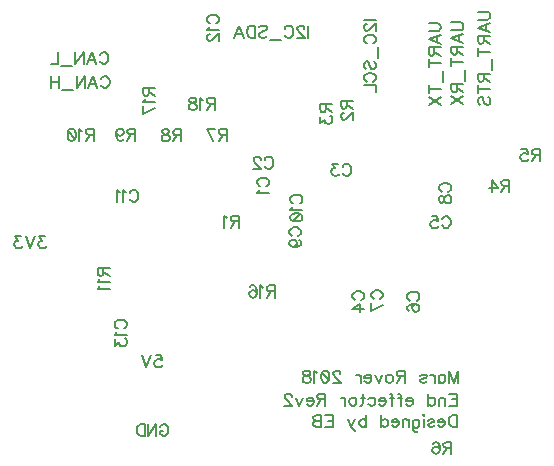
<source format=gbr>
G04 DipTrace 3.2.0.1*
G04 BottomSilk.gbr*
%MOIN*%
G04 #@! TF.FileFunction,Legend,Bot*
G04 #@! TF.Part,Single*
%ADD96C,0.005906*%
%ADD97C,0.006176*%
%FSLAX26Y26*%
G04*
G70*
G90*
G75*
G01*
G04 BotSilk*
%LPD*%
X1520034Y1358354D2*
D96*
X1516231Y1360255D1*
X1512384Y1364102D1*
X1510483Y1367904D1*
Y1375554D1*
X1512384Y1379400D1*
X1516231Y1383203D1*
X1520034Y1385148D1*
X1525782Y1387050D1*
X1535377D1*
X1541080Y1385148D1*
X1544927Y1383203D1*
X1548730Y1379400D1*
X1550675Y1375554D1*
Y1367904D1*
X1548730Y1364102D1*
X1544927Y1360255D1*
X1541080Y1358354D1*
X1518177Y1346543D2*
X1516231Y1342696D1*
X1510527Y1336948D1*
X1550675D1*
X1535902Y1447304D2*
X1537804Y1451106D1*
X1541650Y1454953D1*
X1545453Y1456854D1*
X1553102D1*
X1556949Y1454953D1*
X1560752Y1451106D1*
X1562697Y1447304D1*
X1564598Y1441556D1*
Y1431961D1*
X1562697Y1426257D1*
X1560752Y1422410D1*
X1556949Y1418608D1*
X1553102Y1416662D1*
X1545453D1*
X1541650Y1418608D1*
X1537804Y1422410D1*
X1535902Y1426257D1*
X1522146Y1447259D2*
Y1449161D1*
X1520245Y1453007D1*
X1518343Y1454909D1*
X1514497Y1456810D1*
X1506847D1*
X1503045Y1454909D1*
X1501143Y1453007D1*
X1499198Y1449161D1*
Y1445358D1*
X1501143Y1441511D1*
X1504946Y1435807D1*
X1524091Y1416662D1*
X1497297D1*
X1795880Y1423210D2*
X1797781Y1427013D1*
X1801628Y1430860D1*
X1805431Y1432761D1*
X1813080D1*
X1816927Y1430860D1*
X1820729Y1427013D1*
X1822675Y1423210D1*
X1824576Y1417462D1*
Y1407868D1*
X1822675Y1402164D1*
X1820729Y1398317D1*
X1816927Y1394514D1*
X1813080Y1392569D1*
X1805431D1*
X1801628Y1394514D1*
X1797781Y1398317D1*
X1795880Y1402164D1*
X1780222Y1432717D2*
X1759220D1*
X1770672Y1417418D1*
X1764924D1*
X1761121Y1415517D1*
X1759220Y1413616D1*
X1757274Y1407868D1*
Y1404065D1*
X1759220Y1398317D1*
X1763022Y1394470D1*
X1768770Y1392569D1*
X1774518D1*
X1780222Y1394470D1*
X1782124Y1396416D1*
X1784069Y1400218D1*
X1837000Y979088D2*
X1833197Y980989D1*
X1829350Y984836D1*
X1827449Y988639D1*
Y996288D1*
X1829350Y1000135D1*
X1833197Y1003937D1*
X1837000Y1005883D1*
X1842748Y1007784D1*
X1852342D1*
X1858046Y1005883D1*
X1861893Y1003937D1*
X1865696Y1000135D1*
X1867641Y996288D1*
Y988639D1*
X1865696Y984836D1*
X1861893Y980989D1*
X1858046Y979088D1*
X1867641Y948132D2*
X1827493D1*
X1854244Y967277D1*
Y938581D1*
X2126830Y1249301D2*
X2128731Y1253103D1*
X2132578Y1256950D1*
X2136381Y1258852D1*
X2144030D1*
X2147877Y1256950D1*
X2151679Y1253103D1*
X2153625Y1249301D1*
X2155526Y1243553D1*
Y1233958D1*
X2153625Y1228254D1*
X2151679Y1224408D1*
X2147877Y1220605D1*
X2144030Y1218659D1*
X2136381D1*
X2132578Y1220605D1*
X2128731Y1224408D1*
X2126830Y1228254D1*
X2092071Y1258807D2*
X2111172D1*
X2113074Y1241607D1*
X2111172Y1243509D1*
X2105424Y1245454D1*
X2099721D1*
X2093973Y1243509D1*
X2090126Y1239706D1*
X2088225Y1233958D1*
Y1230156D1*
X2090126Y1224408D1*
X2093973Y1220561D1*
X2099721Y1218659D1*
X2105424D1*
X2111172Y1220561D1*
X2113074Y1222506D1*
X2115019Y1226309D1*
X2020976Y977296D2*
X2017173Y979197D1*
X2013327Y983044D1*
X2011425Y986846D1*
Y994496D1*
X2013327Y998342D1*
X2017173Y1002145D1*
X2020976Y1004090D1*
X2026724Y1005992D1*
X2036319D1*
X2042023Y1004090D1*
X2045869Y1002145D1*
X2049672Y998342D1*
X2051617Y994496D1*
Y986846D1*
X2049672Y983044D1*
X2045869Y979197D1*
X2042023Y977296D1*
X2017173Y942537D2*
X2013371Y944438D1*
X2011470Y950186D1*
Y953989D1*
X2013371Y959737D1*
X2019119Y963584D1*
X2028670Y965485D1*
X2038220D1*
X2045869Y963584D1*
X2049716Y959737D1*
X2051617Y953989D1*
Y952088D1*
X2049716Y946384D1*
X2045869Y942537D1*
X2040121Y940636D1*
X2038220D1*
X2032472Y942537D1*
X2028670Y946384D1*
X2026768Y952088D1*
Y953989D1*
X2028670Y959737D1*
X2032472Y963584D1*
X2038220Y965485D1*
X1899618Y982441D2*
X1895815Y984342D1*
X1891968Y988189D1*
X1890067Y991991D1*
Y999640D1*
X1891968Y1003487D1*
X1895815Y1007290D1*
X1899618Y1009235D1*
X1905366Y1011136D1*
X1914961D1*
X1920664Y1009235D1*
X1924511Y1007290D1*
X1928314Y1003487D1*
X1930259Y999640D1*
Y991991D1*
X1928314Y988188D1*
X1924511Y984342D1*
X1920664Y982440D1*
X1930259Y962980D2*
X1890111Y943835D1*
Y970630D1*
X2126505Y1339933D2*
X2122702Y1341834D1*
X2118856Y1345681D1*
X2116954Y1349483D1*
Y1357133D1*
X2118856Y1360979D1*
X2122702Y1364782D1*
X2126505Y1366727D1*
X2132253Y1368629D1*
X2141848D1*
X2147552Y1366727D1*
X2151398Y1364782D1*
X2155201Y1360979D1*
X2157146Y1357133D1*
Y1349483D1*
X2155201Y1345681D1*
X2151398Y1341834D1*
X2147552Y1339933D1*
X2116999Y1318571D2*
X2118900Y1324275D1*
X2122702Y1326221D1*
X2126549D1*
X2130352Y1324275D1*
X2132297Y1320473D1*
X2134198Y1312823D1*
X2136100Y1307075D1*
X2139946Y1303273D1*
X2143749Y1301371D1*
X2149497D1*
X2153300Y1303273D1*
X2155245Y1305174D1*
X2157146Y1310922D1*
Y1318571D1*
X2155245Y1324275D1*
X2153300Y1326221D1*
X2149497Y1328122D1*
X2143749D1*
X2139946Y1326221D1*
X2136100Y1322374D1*
X2134198Y1316670D1*
X2132297Y1309021D1*
X2130352Y1305174D1*
X2126549Y1303273D1*
X2122702D1*
X2118900Y1305174D1*
X2116999Y1310922D1*
Y1318571D1*
X1626853Y1192272D2*
X1623050Y1194173D1*
X1619203Y1198020D1*
X1617302Y1201823D1*
Y1209472D1*
X1619203Y1213319D1*
X1623050Y1217121D1*
X1626853Y1219067D1*
X1632601Y1220968D1*
X1642195D1*
X1647899Y1219067D1*
X1651746Y1217121D1*
X1655549Y1213319D1*
X1657494Y1209472D1*
Y1201823D1*
X1655549Y1198020D1*
X1651746Y1194173D1*
X1647899Y1192272D1*
X1630699Y1155568D2*
X1636447Y1157513D1*
X1640294Y1161316D1*
X1642195Y1167064D1*
Y1168965D1*
X1640294Y1174713D1*
X1636447Y1178516D1*
X1630699Y1180461D1*
X1628798D1*
X1623050Y1178516D1*
X1619248Y1174713D1*
X1617346Y1168965D1*
Y1167064D1*
X1619248Y1161316D1*
X1623050Y1157513D1*
X1630699Y1155568D1*
X1640294D1*
X1649845Y1157513D1*
X1655593Y1161316D1*
X1657494Y1167064D1*
Y1170866D1*
X1655593Y1176614D1*
X1651746Y1178516D1*
X1631137Y1301095D2*
X1627335Y1302996D1*
X1623488Y1306843D1*
X1621587Y1310645D1*
Y1318295D1*
X1623488Y1322141D1*
X1627335Y1325944D1*
X1631137Y1327889D1*
X1636885Y1329791D1*
X1646480D1*
X1652184Y1327889D1*
X1656031Y1325944D1*
X1659833Y1322141D1*
X1661779Y1318295D1*
Y1310645D1*
X1659833Y1306843D1*
X1656031Y1302996D1*
X1652184Y1301095D1*
X1629280Y1289284D2*
X1627335Y1285437D1*
X1621631Y1279689D1*
X1661779D1*
X1621631Y1256382D2*
X1623532Y1262130D1*
X1629280Y1265977D1*
X1638831Y1267878D1*
X1644579D1*
X1654130Y1265977D1*
X1659878Y1262130D1*
X1661779Y1256382D1*
Y1252579D1*
X1659878Y1246831D1*
X1654130Y1243029D1*
X1644579Y1241083D1*
X1638831D1*
X1629280Y1243029D1*
X1623532Y1246831D1*
X1621631Y1252579D1*
Y1256382D1*
X1629280Y1243029D2*
X1654130Y1265977D1*
X1086445Y1336575D2*
X1088346Y1340378D1*
X1092193Y1344225D1*
X1095996Y1346126D1*
X1103645D1*
X1107492Y1344225D1*
X1111294Y1340378D1*
X1113240Y1336575D1*
X1115141Y1330827D1*
Y1321232D1*
X1113240Y1315529D1*
X1111294Y1311682D1*
X1107492Y1307879D1*
X1103645Y1305934D1*
X1095996D1*
X1092193Y1307879D1*
X1088346Y1311682D1*
X1086445Y1315529D1*
X1074634Y1338432D2*
X1070787Y1340378D1*
X1065039Y1346082D1*
Y1305934D1*
X1053228Y1338432D2*
X1049381Y1340378D1*
X1043633Y1346082D1*
Y1305934D1*
X1352963Y1900916D2*
X1349160Y1902818D1*
X1345314Y1906664D1*
X1343412Y1910467D1*
Y1918116D1*
X1345314Y1921963D1*
X1349160Y1925766D1*
X1352963Y1927711D1*
X1358711Y1929612D1*
X1368306D1*
X1374010Y1927711D1*
X1377856Y1925766D1*
X1381659Y1921963D1*
X1383604Y1918116D1*
Y1910467D1*
X1381659Y1906664D1*
X1377856Y1902818D1*
X1374010Y1900916D1*
X1351106Y1889105D2*
X1349160Y1885259D1*
X1343457Y1879511D1*
X1383604D1*
X1353007Y1865754D2*
X1351106D1*
X1347259Y1863853D1*
X1345358Y1861952D1*
X1343457Y1858105D1*
Y1850456D1*
X1345358Y1846653D1*
X1347259Y1844752D1*
X1351106Y1842806D1*
X1354908D1*
X1358755Y1844752D1*
X1364459Y1848554D1*
X1383604Y1867700D1*
Y1840905D1*
X1045544Y884642D2*
X1041742Y886543D1*
X1037895Y890390D1*
X1035994Y894193D1*
Y901842D1*
X1037895Y905689D1*
X1041742Y909491D1*
X1045544Y911437D1*
X1051292Y913338D1*
X1060887D1*
X1066591Y911437D1*
X1070438Y909491D1*
X1074240Y905689D1*
X1076186Y901842D1*
Y894193D1*
X1074240Y890390D1*
X1070438Y886543D1*
X1066591Y884642D1*
X1043687Y872831D2*
X1041742Y868984D1*
X1036038Y863236D1*
X1076186D1*
X1036038Y847579D2*
Y826576D1*
X1051337Y838028D1*
X1051336Y832280D1*
X1053238Y828477D1*
X1055139Y826576D1*
X1060887Y824631D1*
X1064690D1*
X1070438Y826576D1*
X1074284Y830379D1*
X1076186Y836127D1*
Y841875D1*
X1074284Y847578D1*
X1072339Y849480D1*
X1068536Y851425D1*
X1448789Y1241341D2*
X1431589D1*
X1425841Y1243287D1*
X1423896Y1245188D1*
X1421995Y1248991D1*
Y1252837D1*
X1423896Y1256640D1*
X1425841Y1258585D1*
X1431589Y1260487D1*
X1448789D1*
Y1220295D1*
X1435392Y1241341D2*
X1421995Y1220295D1*
X1410184Y1252793D2*
X1406337Y1254739D1*
X1400589Y1260442D1*
Y1220295D1*
X1809094Y1643763D2*
Y1626563D1*
X1807149Y1620815D1*
X1805248Y1618870D1*
X1801445Y1616969D1*
X1797598D1*
X1793796Y1618870D1*
X1791850Y1620815D1*
X1789949Y1626563D1*
Y1643763D1*
X1830141D1*
X1809094Y1630366D2*
X1830141Y1616969D1*
X1799544Y1603212D2*
X1797643D1*
X1793796Y1601311D1*
X1791895Y1599410D1*
X1789993Y1595563D1*
Y1587914D1*
X1791895Y1584111D1*
X1793796Y1582210D1*
X1797643Y1580264D1*
X1801445D1*
X1805292Y1582210D1*
X1810996Y1586012D1*
X1830141Y1605158D1*
Y1578363D1*
X1739972Y1632132D2*
Y1614932D1*
X1738027Y1609184D1*
X1736126Y1607239D1*
X1732323Y1605337D1*
X1728476D1*
X1724674Y1607239D1*
X1722728Y1609184D1*
X1720827Y1614932D1*
Y1632132D1*
X1761019D1*
X1739972Y1618735D2*
X1761019Y1605337D1*
X1720871Y1589680D2*
Y1568677D1*
X1736170Y1580129D1*
Y1574381D1*
X1738071Y1570578D1*
X1739972Y1568677D1*
X1745720Y1566732D1*
X1749523D1*
X1755271Y1568677D1*
X1759118Y1572480D1*
X1761019Y1578228D1*
Y1583976D1*
X1759118Y1589680D1*
X1757172Y1591581D1*
X1753370Y1593526D1*
X2350668Y1360021D2*
X2333468D1*
X2327720Y1361967D1*
X2325774Y1363868D1*
X2323873Y1367670D1*
Y1371517D1*
X2325774Y1375320D1*
X2327720Y1377265D1*
X2333468Y1379166D1*
X2350668D1*
Y1338974D1*
X2337271Y1360021D2*
X2323873Y1338974D1*
X2292917D2*
Y1379122D1*
X2312062Y1352372D1*
X2283366D1*
X2452627Y1463049D2*
X2435427D1*
X2429679Y1464994D1*
X2427733Y1466895D1*
X2425832Y1470698D1*
Y1474545D1*
X2427733Y1478347D1*
X2429679Y1480293D1*
X2435427Y1482194D1*
X2452627D1*
Y1442002D1*
X2439229Y1463049D2*
X2425832Y1442002D1*
X2391073Y1482150D2*
X2410174D1*
X2412076Y1464950D1*
X2410174Y1466851D1*
X2404426Y1468797D1*
X2398722D1*
X2392974Y1466851D1*
X2389128Y1463049D1*
X2387226Y1457301D1*
Y1453498D1*
X2389128Y1447750D1*
X2392974Y1443903D1*
X2398722Y1442002D1*
X2404426D1*
X2410174Y1443903D1*
X2412076Y1445849D1*
X2414021Y1449651D1*
X2158275Y486675D2*
X2141075D1*
X2135327Y488620D1*
X2133381Y490521D1*
X2131480Y494324D1*
Y498171D1*
X2133381Y501973D1*
X2135327Y503919D1*
X2141075Y505820D1*
X2158275D1*
Y465628D1*
X2144877Y486675D2*
X2131480Y465628D1*
X2096721Y500072D2*
X2098622Y503875D1*
X2104370Y505776D1*
X2108173D1*
X2113921Y503875D1*
X2117768Y498126D1*
X2119669Y488576D1*
Y479025D1*
X2117768Y471376D1*
X2113921Y467529D1*
X2108173Y465628D1*
X2106272D1*
X2100568Y467529D1*
X2096721Y471376D1*
X2094820Y477124D1*
Y479025D1*
X2096721Y484773D1*
X2100568Y488576D1*
X2106272Y490477D1*
X2108173D1*
X2113921Y488576D1*
X2117768Y484773D1*
X2119669Y479025D1*
X1408761Y1530534D2*
X1391561D1*
X1385813Y1532480D1*
X1383867Y1534381D1*
X1381966Y1538184D1*
Y1542030D1*
X1383867Y1545833D1*
X1385813Y1547778D1*
X1391561Y1549680D1*
X1408761D1*
Y1509488D1*
X1395363Y1530534D2*
X1381966Y1509488D1*
X1362506D2*
X1343360Y1549635D1*
X1370155D1*
X1257527Y1528391D2*
X1240327D1*
X1234579Y1530337D1*
X1232634Y1532238D1*
X1230732Y1536040D1*
Y1539887D1*
X1232634Y1543690D1*
X1234579Y1545635D1*
X1240327Y1547537D1*
X1257527D1*
Y1507345D1*
X1244130Y1528391D2*
X1230732Y1507345D1*
X1209371Y1547492D2*
X1215075Y1545591D1*
X1217020Y1541789D1*
Y1537942D1*
X1215075Y1534139D1*
X1211272Y1532194D1*
X1203623Y1530292D1*
X1197875Y1528391D1*
X1194072Y1524544D1*
X1192171Y1520742D1*
Y1514994D1*
X1194072Y1511191D1*
X1195974Y1509246D1*
X1201722Y1507345D1*
X1209371D1*
X1215075Y1509246D1*
X1217020Y1511191D1*
X1218921Y1514994D1*
Y1520742D1*
X1217020Y1524544D1*
X1213173Y1528391D1*
X1207470Y1530292D1*
X1199820Y1532194D1*
X1195974Y1534139D1*
X1194072Y1537942D1*
Y1541789D1*
X1195974Y1545591D1*
X1201722Y1547492D1*
X1209371D1*
X1104933Y1531487D2*
X1087733D1*
X1081985Y1533432D1*
X1080040Y1535334D1*
X1078139Y1539136D1*
Y1542983D1*
X1080040Y1546786D1*
X1081985Y1548731D1*
X1087733Y1550632D1*
X1104933D1*
Y1510440D1*
X1091536Y1531487D2*
X1078139Y1510440D1*
X1041434Y1537235D2*
X1043380Y1531487D1*
X1047182Y1527640D1*
X1052930Y1525739D1*
X1054832D1*
X1060580Y1527640D1*
X1064382Y1531487D1*
X1066328Y1537235D1*
Y1539136D1*
X1064382Y1544884D1*
X1060580Y1548687D1*
X1054832Y1550588D1*
X1052930D1*
X1047182Y1548687D1*
X1043380Y1544884D1*
X1041434Y1537235D1*
Y1527640D1*
X1043380Y1518090D1*
X1047182Y1512342D1*
X1052930Y1510440D1*
X1056733D1*
X1062481Y1512342D1*
X1064382Y1516188D1*
X966110Y1530534D2*
X948911D1*
X943163Y1532480D1*
X941217Y1534381D1*
X939316Y1538184D1*
Y1542030D1*
X941217Y1545833D1*
X943163Y1547778D1*
X948911Y1549680D1*
X966110D1*
Y1509488D1*
X952713Y1530534D2*
X939316Y1509488D1*
X927505Y1541986D2*
X923658Y1543932D1*
X917910Y1549635D1*
Y1509488D1*
X894603Y1549635D2*
X900351Y1547734D1*
X904198Y1541986D1*
X906099Y1532435D1*
Y1526687D1*
X904198Y1517137D1*
X900351Y1511389D1*
X894603Y1509488D1*
X890800D1*
X885052Y1511389D1*
X881250Y1517137D1*
X879304Y1526687D1*
Y1532435D1*
X881250Y1541986D1*
X885052Y1547734D1*
X890800Y1549635D1*
X894603D1*
X881250Y1541986D2*
X904198Y1517137D1*
X997947Y1086482D2*
Y1069282D1*
X996002Y1063534D1*
X994101Y1061588D1*
X990298Y1059687D1*
X986451D1*
X982649Y1061588D1*
X980703Y1063534D1*
X978802Y1069282D1*
Y1086482D1*
X1018994D1*
X997947Y1073084D2*
X1018994Y1059687D1*
X986496Y1047876D2*
X984550Y1044029D1*
X978846Y1038281D1*
X1018994D1*
X986496Y1026470D2*
X984550Y1022623D1*
X978846Y1016875D1*
X1018994D1*
X1569342Y1008308D2*
X1552143D1*
X1546395Y1010254D1*
X1544449Y1012155D1*
X1542548Y1015958D1*
Y1019805D1*
X1544449Y1023607D1*
X1546395Y1025553D1*
X1552143Y1027454D1*
X1569342D1*
Y987262D1*
X1555945Y1008308D2*
X1542548Y987262D1*
X1530737Y1019760D2*
X1526890Y1021706D1*
X1521142Y1027410D1*
Y987262D1*
X1486383Y1021706D2*
X1488284Y1025508D1*
X1494032Y1027410D1*
X1497835D1*
X1503583Y1025508D1*
X1507430Y1019760D1*
X1509331Y1010210D1*
Y1000659D1*
X1507430Y993010D1*
X1503583Y989163D1*
X1497835Y987262D1*
X1495934D1*
X1490230Y989163D1*
X1486383Y993010D1*
X1484482Y998758D1*
Y1000659D1*
X1486383Y1006407D1*
X1490230Y1010210D1*
X1495934Y1012111D1*
X1497835D1*
X1503583Y1010210D1*
X1507430Y1006407D1*
X1509331Y1000659D1*
X1149546Y1686830D2*
Y1669630D1*
X1147600Y1663882D1*
X1145699Y1661936D1*
X1141897Y1660035D1*
X1138050D1*
X1134247Y1661936D1*
X1132302Y1663882D1*
X1130401Y1669630D1*
Y1686830D1*
X1170592D1*
X1149546Y1673432D2*
X1170593Y1660035D1*
X1138094Y1648224D2*
X1136149Y1644377D1*
X1130445Y1638629D1*
X1170593D1*
Y1619169D2*
X1130445Y1600024D1*
Y1626818D1*
X1369183Y1633604D2*
X1351983D1*
X1346235Y1635549D1*
X1344289Y1637451D1*
X1342388Y1641253D1*
Y1645100D1*
X1344289Y1648902D1*
X1346235Y1650848D1*
X1351983Y1652749D1*
X1369183D1*
Y1612557D1*
X1355785Y1633604D2*
X1342388Y1612557D1*
X1330577Y1645056D2*
X1326730Y1647001D1*
X1320982Y1652705D1*
Y1612557D1*
X1299621Y1652705D2*
X1305325Y1650804D1*
X1307270Y1647001D1*
Y1643154D1*
X1305325Y1639352D1*
X1301522Y1637406D1*
X1293873Y1635505D1*
X1288125Y1633604D1*
X1284322Y1629757D1*
X1282421Y1625954D1*
Y1620206D1*
X1284322Y1616404D1*
X1286223Y1614458D1*
X1291971Y1612557D1*
X1299621D1*
X1305325Y1614458D1*
X1307270Y1616404D1*
X1309171Y1620206D1*
Y1625954D1*
X1307270Y1629757D1*
X1303423Y1633604D1*
X1297719Y1635505D1*
X1290070Y1637406D1*
X1286223Y1639352D1*
X1284322Y1643154D1*
Y1647001D1*
X1286223Y1650804D1*
X1291971Y1652705D1*
X1299621D1*
X1186381Y556078D2*
X1188282Y559880D1*
X1192129Y563727D1*
X1195932Y565628D1*
X1203581D1*
X1207428Y563727D1*
X1211230Y559880D1*
X1213176Y556078D1*
X1215077Y550330D1*
Y540735D1*
X1213176Y535031D1*
X1211230Y531184D1*
X1207428Y527382D1*
X1203581Y525436D1*
X1195932D1*
X1192129Y527382D1*
X1188282Y531184D1*
X1186381Y535031D1*
Y540735D1*
X1195932D1*
X1147775Y565628D2*
Y525436D1*
X1174570Y565628D1*
Y525436D1*
X1135964Y565628D2*
Y525436D1*
X1122567D1*
X1116819Y527382D1*
X1112972Y531184D1*
X1111071Y535031D1*
X1109170Y540735D1*
Y550330D1*
X1111071Y556078D1*
X1112972Y559880D1*
X1116819Y563727D1*
X1122567Y565628D1*
X1135964D1*
X804374Y1192019D2*
X783371D1*
X794823Y1176720D1*
X789075D1*
X785273Y1174819D1*
X783371Y1172917D1*
X781426Y1167169D1*
Y1163367D1*
X783371Y1157619D1*
X787174Y1153772D1*
X792922Y1151871D1*
X798670D1*
X804374Y1153772D1*
X806275Y1155718D1*
X808221Y1159520D1*
X769615Y1192063D2*
X754316Y1151871D1*
X739018Y1192063D1*
X723360Y1192019D2*
X702357D1*
X713809Y1176720D1*
X708061D1*
X704259Y1174819D1*
X702357Y1172917D1*
X700412Y1167169D1*
Y1163367D1*
X702357Y1157619D1*
X706160Y1153772D1*
X711908Y1151871D1*
X717656D1*
X723360Y1153772D1*
X725261Y1155718D1*
X727207Y1159520D1*
X1171976Y794641D2*
X1191078D1*
X1192979Y777441D1*
X1191078Y779342D1*
X1185329Y781288D1*
X1179626D1*
X1173878Y779342D1*
X1170031Y775539D1*
X1168130Y769791D1*
Y765989D1*
X1170031Y760241D1*
X1173878Y756394D1*
X1179626Y754493D1*
X1185329D1*
X1191078Y756394D1*
X1192979Y758340D1*
X1194924Y762142D1*
X1156319Y794685D2*
X1141020Y754493D1*
X1125721Y794685D1*
X989794Y1716187D2*
X991696Y1719989D1*
X995542Y1723836D1*
X999345Y1725737D1*
X1006994D1*
X1010841Y1723836D1*
X1014644Y1719989D1*
X1016589Y1716187D1*
X1018490Y1710439D1*
Y1700844D1*
X1016589Y1695140D1*
X1014644Y1691293D1*
X1010841Y1687491D1*
X1006994Y1685545D1*
X999345D1*
X995542Y1687491D1*
X991696Y1691293D1*
X989794Y1695140D1*
X947342Y1685545D2*
X962685Y1725737D1*
X977983Y1685545D1*
X972235Y1698943D2*
X953090D1*
X908736Y1725737D2*
Y1685545D1*
X935531Y1725737D1*
Y1685545D1*
X896925Y1678913D2*
X860580D1*
X848769Y1725737D2*
Y1685545D1*
X821974Y1725737D2*
Y1685545D1*
X848769Y1706592D2*
X821974D1*
X986174Y1796140D2*
X988075Y1799942D1*
X991922Y1803789D1*
X995725Y1805690D1*
X1003374D1*
X1007221Y1803789D1*
X1011023Y1799942D1*
X1012969Y1796140D1*
X1014870Y1790391D1*
Y1780797D1*
X1012969Y1775093D1*
X1011023Y1771246D1*
X1007221Y1767444D1*
X1003374Y1765498D1*
X995725D1*
X991922Y1767444D1*
X988075Y1771246D1*
X986174Y1775093D1*
X943722Y1765498D2*
X959065Y1805690D1*
X974363Y1765498D1*
X968615Y1778895D2*
X949470D1*
X905116Y1805690D2*
Y1765498D1*
X931911Y1805690D1*
Y1765498D1*
X893305Y1758866D2*
X856960D1*
X845149Y1805690D2*
Y1765498D1*
X822201D1*
X2082431Y1901731D2*
X2111127D1*
X2116875Y1899829D1*
X2120677Y1895983D1*
X2122623Y1890235D1*
Y1886432D1*
X2120677Y1880684D1*
X2116875Y1876837D1*
X2111127Y1874936D1*
X2082431D1*
X2122623Y1832484D2*
X2082431Y1847826D1*
X2122623Y1863125D1*
X2109225Y1857377D2*
Y1838232D1*
X2101576Y1820673D2*
Y1803473D1*
X2099631Y1797725D1*
X2097729Y1795779D1*
X2093927Y1793878D1*
X2090080D1*
X2086277Y1795779D1*
X2084332Y1797725D1*
X2082431Y1803473D1*
Y1820673D1*
X2122623D1*
X2101576Y1807275D2*
X2122623Y1793878D1*
X2082431Y1768670D2*
X2122623Y1768669D1*
X2082431Y1782067D2*
Y1755272D1*
X2129255Y1743461D2*
Y1707116D1*
X2082431Y1681908D2*
X2122623D1*
X2082431Y1695305D2*
Y1668510D1*
Y1656699D2*
X2122623Y1629905D1*
X2082431D2*
X2122623Y1656699D1*
X2158278Y1904773D2*
X2186974D1*
X2192722Y1902871D1*
X2196525Y1899025D1*
X2198470Y1893277D1*
Y1889474D1*
X2196525Y1883726D1*
X2192722Y1879879D1*
X2186974Y1877978D1*
X2158278D1*
X2198470Y1835526D2*
X2158278Y1850868D1*
X2198470Y1866167D1*
X2185073Y1860419D2*
Y1841274D1*
X2177424Y1823715D2*
Y1806515D1*
X2175478Y1800767D1*
X2173577Y1798821D1*
X2169775Y1796920D1*
X2165928D1*
X2162125Y1798821D1*
X2160180Y1800767D1*
X2158278Y1806515D1*
Y1823715D1*
X2198470D1*
X2177424Y1810317D2*
X2198470Y1796920D1*
X2158278Y1771712D2*
X2198470Y1771711D1*
X2158278Y1785109D2*
Y1758314D1*
X2205103Y1746503D2*
Y1710158D1*
X2177424Y1698347D2*
Y1681147D1*
X2175478Y1675399D1*
X2173577Y1673454D1*
X2169775Y1671552D1*
X2165928D1*
X2162125Y1673454D1*
X2160180Y1675399D1*
X2158278Y1681147D1*
Y1698347D1*
X2198470D1*
X2177424Y1684950D2*
X2198470Y1671552D1*
X2158278Y1659741D2*
X2198470Y1632947D1*
X2158278D2*
X2198470Y1659741D1*
X2246949Y1939953D2*
X2275645D1*
X2281393Y1938052D1*
X2285196Y1934205D1*
X2287141Y1928457D1*
Y1924655D1*
X2285196Y1918907D1*
X2281393Y1915060D1*
X2275645Y1913159D1*
X2246949D1*
X2287141Y1870706D2*
X2246949Y1886049D1*
X2287141Y1901348D1*
X2273744Y1895600D2*
Y1876454D1*
X2266094Y1858895D2*
Y1841695D1*
X2264149Y1835947D1*
X2262248Y1834002D1*
X2258445Y1832101D1*
X2254598D1*
X2250796Y1834002D1*
X2248850Y1835947D1*
X2246949Y1841695D1*
Y1858895D1*
X2287141D1*
X2266094Y1845498D2*
X2287141Y1832101D1*
X2246949Y1806892D2*
X2287141D1*
X2246949Y1820290D2*
Y1793495D1*
X2293773Y1781684D2*
Y1745339D1*
X2266094Y1733528D2*
Y1716328D1*
X2264149Y1710580D1*
X2262248Y1708634D1*
X2258445Y1706733D1*
X2254598D1*
X2250796Y1708634D1*
X2248850Y1710580D1*
X2246949Y1716328D1*
Y1733528D1*
X2287141D1*
X2266094Y1720130D2*
X2287141Y1706733D1*
X2246949Y1681525D2*
X2287141D1*
X2246949Y1694922D2*
Y1668127D1*
X2252697Y1629522D2*
X2248850Y1633324D1*
X2246949Y1639072D1*
Y1646722D1*
X2248850Y1652470D1*
X2252697Y1656316D1*
X2256500D1*
X2260346Y1654371D1*
X2262248Y1652470D1*
X2264149Y1648667D1*
X2267996Y1637171D1*
X2269897Y1633324D1*
X2271842Y1631423D1*
X2275645Y1629522D1*
X2281393D1*
X2285196Y1633324D1*
X2287141Y1639072D1*
Y1646722D1*
X2285196Y1652470D1*
X2281393Y1656316D1*
X1866697Y1913476D2*
X1906889D1*
X1876292Y1899719D2*
X1874391D1*
X1870544Y1897818D1*
X1868643Y1895917D1*
X1866741Y1892070D1*
Y1884421D1*
X1868643Y1880618D1*
X1870544Y1878717D1*
X1874391Y1876771D1*
X1878193D1*
X1882040Y1878717D1*
X1887744Y1882519D1*
X1906889Y1901665D1*
Y1874870D1*
X1876248Y1834363D2*
X1872445Y1836264D1*
X1868598Y1840111D1*
X1866697Y1843914D1*
Y1851563D1*
X1868598Y1855410D1*
X1872445Y1859212D1*
X1876248Y1861158D1*
X1881996Y1863059D1*
X1891590D1*
X1897294Y1861158D1*
X1901141Y1859212D1*
X1904944Y1855410D1*
X1906889Y1851563D1*
Y1843914D1*
X1904944Y1840111D1*
X1901141Y1836264D1*
X1897294Y1834363D1*
X1913521Y1822552D2*
Y1786207D1*
X1872445Y1747601D2*
X1868598Y1751404D1*
X1866697Y1757152D1*
Y1764801D1*
X1868598Y1770549D1*
X1872445Y1774396D1*
X1876248D1*
X1880094Y1772450D1*
X1881996Y1770549D1*
X1883897Y1766747D1*
X1887744Y1755250D1*
X1889645Y1751404D1*
X1891590Y1749502D1*
X1895393Y1747601D1*
X1901141D1*
X1904944Y1751404D1*
X1906889Y1757152D1*
Y1764801D1*
X1904944Y1770549D1*
X1901141Y1774396D1*
X1876248Y1707094D2*
X1872445Y1708996D1*
X1868598Y1712842D1*
X1866697Y1716645D1*
Y1724294D1*
X1868598Y1728141D1*
X1872445Y1731943D1*
X1876248Y1733889D1*
X1881996Y1735790D1*
X1891591D1*
X1897294Y1733889D1*
X1901141Y1731943D1*
X1904944Y1728141D1*
X1906889Y1724294D1*
Y1716645D1*
X1904944Y1712842D1*
X1901141Y1708995D1*
X1897294Y1707094D1*
X1866697Y1695283D2*
X1906889D1*
Y1672335D1*
X1681789Y1893317D2*
Y1853125D1*
X1668033Y1883723D2*
Y1885624D1*
X1666131Y1889471D1*
X1664230Y1891372D1*
X1660383Y1893273D1*
X1652734D1*
X1648932Y1891372D1*
X1647030Y1889471D1*
X1645085Y1885624D1*
Y1881821D1*
X1647030Y1877975D1*
X1650833Y1872271D1*
X1669978Y1853125D1*
X1643184D1*
X1602677Y1883767D2*
X1604578Y1887569D1*
X1608425Y1891416D1*
X1612227Y1893317D1*
X1619876D1*
X1623723Y1891416D1*
X1627526Y1887569D1*
X1629471Y1883767D1*
X1631373Y1878019D1*
Y1868424D1*
X1629471Y1862720D1*
X1627526Y1858873D1*
X1623723Y1855071D1*
X1619876Y1853125D1*
X1612227D1*
X1608425Y1855071D1*
X1604578Y1858873D1*
X1602677Y1862720D1*
X1590866Y1846493D2*
X1554520D1*
X1515915Y1887569D2*
X1519717Y1891416D1*
X1525465Y1893317D1*
X1533114D1*
X1538863Y1891416D1*
X1542709Y1887569D1*
Y1883767D1*
X1540764Y1879920D1*
X1538863Y1878019D1*
X1535060Y1876118D1*
X1523564Y1872271D1*
X1519717Y1870369D1*
X1517816Y1868424D1*
X1515915Y1864621D1*
Y1858873D1*
X1519717Y1855071D1*
X1525465Y1853125D1*
X1533114D1*
X1538863Y1855071D1*
X1542709Y1858873D1*
X1504104Y1893317D2*
Y1853125D1*
X1490706D1*
X1484958Y1855071D1*
X1481111Y1858873D1*
X1479210Y1862720D1*
X1477309Y1868424D1*
Y1878019D1*
X1479210Y1883767D1*
X1481111Y1887569D1*
X1484958Y1891416D1*
X1490706Y1893317D1*
X1504104D1*
X1434856Y1853125D2*
X1450199Y1893317D1*
X1465498Y1853125D1*
X1459750Y1866523D2*
X1440604D1*
X2150727Y703152D2*
D97*
Y743344D1*
X2166025Y703152D1*
X2181324Y743344D1*
Y703152D1*
X2115427Y729946D2*
Y703152D1*
Y724198D2*
X2119230Y728045D1*
X2123077Y729946D1*
X2128781D1*
X2132627Y728045D1*
X2136430Y724198D1*
X2138375Y718450D1*
Y714648D1*
X2136430Y708900D1*
X2132627Y705097D1*
X2128781Y703152D1*
X2123077D1*
X2119230Y705097D1*
X2115427Y708900D1*
X2103076Y729946D2*
Y703152D1*
Y718450D2*
X2101131Y724198D1*
X2097328Y728045D1*
X2093481Y729946D1*
X2087733D1*
X2054335Y724198D2*
X2056236Y728045D1*
X2061985Y729946D1*
X2067733D1*
X2073481Y728045D1*
X2075382Y724198D1*
X2073481Y720396D1*
X2069634Y718450D1*
X2060083Y716549D1*
X2056236Y714648D1*
X2054335Y710801D1*
Y708900D1*
X2056236Y705097D1*
X2061985Y703152D1*
X2067733D1*
X2073481Y705097D1*
X2075382Y708900D1*
X2003103Y724198D2*
X1985903D1*
X1980155Y726144D1*
X1978210Y728045D1*
X1976308Y731848D1*
Y735695D1*
X1978210Y739497D1*
X1980155Y741443D1*
X1985903Y743344D1*
X2003103D1*
Y703152D1*
X1989706Y724198D2*
X1976308Y703152D1*
X1954406Y729946D2*
X1958209Y728045D1*
X1962056Y724198D1*
X1963957Y718450D1*
Y714648D1*
X1962056Y708900D1*
X1958209Y705097D1*
X1954406Y703152D1*
X1948658D1*
X1944812Y705097D1*
X1941009Y708900D1*
X1939064Y714648D1*
Y718450D1*
X1941009Y724198D1*
X1944812Y728045D1*
X1948658Y729946D1*
X1954406D1*
X1926712D2*
X1915216Y703152D1*
X1903764Y729946D1*
X1891413Y718450D2*
X1868465D1*
Y722297D1*
X1870366Y726144D1*
X1872268Y728045D1*
X1876114Y729946D1*
X1881862D1*
X1885665Y728045D1*
X1889512Y724198D1*
X1891413Y718450D1*
Y714648D1*
X1889512Y708900D1*
X1885665Y705097D1*
X1881862Y703152D1*
X1876114D1*
X1872268Y705097D1*
X1868465Y708900D1*
X1856114Y729946D2*
Y703152D1*
Y718450D2*
X1854168Y724198D1*
X1850366Y728045D1*
X1846519Y729946D1*
X1840771D1*
X1787593Y733749D2*
Y735650D1*
X1785692Y739497D1*
X1783791Y741398D1*
X1779944Y743300D1*
X1772294D1*
X1768492Y741398D1*
X1766591Y739497D1*
X1764645Y735650D1*
Y731848D1*
X1766591Y728001D1*
X1770393Y722297D1*
X1789539Y703152D1*
X1762744D1*
X1738896Y743300D2*
X1744644Y741398D1*
X1748491Y735650D1*
X1750393Y726100D1*
Y720352D1*
X1748491Y710801D1*
X1744644Y705053D1*
X1738896Y703152D1*
X1735094D1*
X1729346Y705053D1*
X1725543Y710801D1*
X1723598Y720352D1*
Y726100D1*
X1725543Y735650D1*
X1729346Y741398D1*
X1735094Y743300D1*
X1738896D1*
X1725543Y735650D2*
X1748491Y710801D1*
X1711246Y735650D2*
X1707400Y737596D1*
X1701652Y743300D1*
Y703152D1*
X1679750Y743300D2*
X1685453Y741398D1*
X1687399Y737596D1*
Y733749D1*
X1685453Y729946D1*
X1681651Y728001D1*
X1674002Y726100D1*
X1668254Y724198D1*
X1664451Y720352D1*
X1662550Y716549D1*
Y710801D1*
X1664451Y706999D1*
X1666352Y705053D1*
X1672100Y703152D1*
X1679750D1*
X1685453Y705053D1*
X1687399Y706999D1*
X1689300Y710801D1*
Y716549D1*
X1687399Y720352D1*
X1683552Y724198D1*
X1677848Y726100D1*
X1670199Y728001D1*
X1666352Y729946D1*
X1664451Y733749D1*
Y737596D1*
X1666352Y741398D1*
X1672100Y743300D1*
X1679750D1*
X2150324Y666831D2*
X2175173D1*
Y626639D1*
X2150324D1*
X2175173Y647685D2*
X2159874D1*
X2137972Y653433D2*
Y626639D1*
Y645784D2*
X2132224Y651532D1*
X2128378Y653433D1*
X2122674D1*
X2118827Y651532D1*
X2116926Y645784D1*
Y626639D1*
X2081626Y666831D2*
Y626639D1*
Y647685D2*
X2085429Y651532D1*
X2089276Y653433D1*
X2095024D1*
X2098826Y651532D1*
X2102673Y647685D1*
X2104574Y641937D1*
Y638135D1*
X2102673Y632387D1*
X2098826Y628584D1*
X2095024Y626639D1*
X2089276D1*
X2085429Y628584D1*
X2081626Y632387D1*
X2030394Y641937D2*
X2007446D1*
Y645784D1*
X2009348Y649631D1*
X2011249Y651532D1*
X2015096Y653433D1*
X2020844D1*
X2024646Y651532D1*
X2028493Y647685D1*
X2030394Y641937D1*
Y638135D1*
X2028493Y632387D1*
X2024646Y628584D1*
X2020844Y626639D1*
X2015096D1*
X2011249Y628584D1*
X2007446Y632387D1*
X1979796Y666831D2*
X1983599D1*
X1987446Y664929D1*
X1989347Y659181D1*
Y626639D1*
X1995095Y653433D2*
X1981698D1*
X1952146Y666831D2*
X1955949D1*
X1959796Y664929D1*
X1961697Y659181D1*
Y626639D1*
X1967445Y653433D2*
X1954048D1*
X1939795Y641937D2*
X1916847D1*
Y645784D1*
X1918748Y649631D1*
X1920650Y651532D1*
X1924496Y653433D1*
X1930244D1*
X1934047Y651532D1*
X1937894Y647685D1*
X1939795Y641937D1*
Y638135D1*
X1937894Y632387D1*
X1934047Y628584D1*
X1930244Y626639D1*
X1924496D1*
X1920650Y628584D1*
X1916847Y632387D1*
X1881504Y647685D2*
X1885350Y651532D1*
X1889197Y653433D1*
X1894901D1*
X1898748Y651532D1*
X1902550Y647685D1*
X1904496Y641937D1*
Y638135D1*
X1902550Y632387D1*
X1898748Y628584D1*
X1894901Y626639D1*
X1889197D1*
X1885350Y628584D1*
X1881504Y632387D1*
X1863404Y666831D2*
Y634288D1*
X1861503Y628584D1*
X1857656Y626639D1*
X1853854D1*
X1869152Y653433D2*
X1855755D1*
X1831952D2*
X1835754Y651532D1*
X1839601Y647685D1*
X1841502Y641937D1*
Y638135D1*
X1839601Y632387D1*
X1835754Y628584D1*
X1831952Y626639D1*
X1826204D1*
X1822357Y628584D1*
X1818554Y632387D1*
X1816609Y638135D1*
Y641937D1*
X1818554Y647685D1*
X1822357Y651532D1*
X1826204Y653433D1*
X1831952D1*
X1804257D2*
Y626639D1*
Y641937D2*
X1802312Y647685D1*
X1798509Y651532D1*
X1794663Y653433D1*
X1788914D1*
X1737682Y647685D2*
X1720482D1*
X1714734Y649631D1*
X1712789Y651532D1*
X1710888Y655335D1*
Y659181D1*
X1712789Y662984D1*
X1714734Y664929D1*
X1720482Y666831D1*
X1737682D1*
Y626639D1*
X1724285Y647685D2*
X1710888Y626639D1*
X1698536Y641937D2*
X1675588D1*
Y645784D1*
X1677490Y649631D1*
X1679391Y651532D1*
X1683238Y653433D1*
X1688986D1*
X1692788Y651532D1*
X1696635Y647685D1*
X1698536Y641937D1*
Y638135D1*
X1696635Y632387D1*
X1692788Y628584D1*
X1688986Y626639D1*
X1683238D1*
X1679391Y628584D1*
X1675588Y632387D1*
X1663237Y653433D2*
X1651741Y626639D1*
X1640289Y653433D1*
X1625992Y657236D2*
Y659137D1*
X1624091Y662984D1*
X1622190Y664885D1*
X1618343Y666786D1*
X1610694D1*
X1606891Y664885D1*
X1604990Y662984D1*
X1603044Y659137D1*
Y655335D1*
X1604990Y651488D1*
X1608792Y645784D1*
X1627938Y626639D1*
X1601143D1*
X2175713Y595781D2*
Y555589D1*
X2162316D1*
X2156568Y557534D1*
X2152721Y561337D1*
X2150820Y565184D1*
X2148918Y570887D1*
Y580482D1*
X2150820Y586230D1*
X2152721Y590033D1*
X2156568Y593880D1*
X2162316Y595781D1*
X2175713D1*
X2136567Y570887D2*
X2113619D1*
Y574734D1*
X2115520Y578581D1*
X2117422Y580482D1*
X2121268Y582383D1*
X2127017D1*
X2130819Y580482D1*
X2134666Y576635D1*
X2136567Y570887D1*
Y567085D1*
X2134666Y561337D1*
X2130819Y557534D1*
X2127017Y555589D1*
X2121268D1*
X2117422Y557534D1*
X2113619Y561337D1*
X2080221Y576635D2*
X2082122Y580482D1*
X2087870Y582383D1*
X2093618D1*
X2099367Y580482D1*
X2101268Y576635D1*
X2099367Y572833D1*
X2095520Y570887D1*
X2085969Y568986D1*
X2082122Y567085D1*
X2080221Y563238D1*
Y561337D1*
X2082122Y557534D1*
X2087870Y555589D1*
X2093618D1*
X2099367Y557534D1*
X2101268Y561337D1*
X2067870Y595781D2*
X2065968Y593880D1*
X2064023Y595781D1*
X2065968Y597726D1*
X2067870Y595781D1*
X2065968Y582383D2*
Y555589D1*
X2028724Y580482D2*
Y549841D1*
X2030625Y544137D1*
X2032526Y542191D1*
X2036373Y540290D1*
X2042121D1*
X2045924Y542191D1*
X2028724Y574734D2*
X2032526Y578537D1*
X2036373Y580482D1*
X2042121D1*
X2045924Y578537D1*
X2049770Y574734D1*
X2051672Y568986D1*
Y565139D1*
X2049770Y559436D1*
X2045924Y555589D1*
X2042121Y553688D1*
X2036373D1*
X2032526Y555589D1*
X2028724Y559436D1*
X2016372Y582383D2*
Y555589D1*
Y574734D2*
X2010624Y580482D1*
X2006777Y582383D1*
X2001074D1*
X1997227Y580482D1*
X1995326Y574734D1*
Y555589D1*
X1982974Y570887D2*
X1960026D1*
Y574734D1*
X1961928Y578581D1*
X1963829Y580482D1*
X1967676Y582383D1*
X1973424D1*
X1977226Y580482D1*
X1981073Y576635D1*
X1982974Y570887D1*
Y567085D1*
X1981073Y561337D1*
X1977226Y557534D1*
X1973424Y555589D1*
X1967676D1*
X1963829Y557534D1*
X1960026Y561337D1*
X1924727Y595781D2*
Y555589D1*
Y576635D2*
X1928530Y580482D1*
X1932376Y582383D1*
X1938124D1*
X1941927Y580482D1*
X1945774Y576635D1*
X1947675Y570887D1*
Y567085D1*
X1945774Y561337D1*
X1941927Y557534D1*
X1938124Y555589D1*
X1932376D1*
X1928530Y557534D1*
X1924727Y561337D1*
X1873495Y595781D2*
Y555589D1*
Y576635D2*
X1869648Y580482D1*
X1865846Y582383D1*
X1860098D1*
X1856295Y580482D1*
X1852448Y576635D1*
X1850547Y570887D1*
Y567085D1*
X1852448Y561337D1*
X1856295Y557534D1*
X1860098Y555589D1*
X1865846D1*
X1869648Y557534D1*
X1873495Y561337D1*
X1836250Y582383D2*
X1824798Y555589D1*
X1828601Y547940D1*
X1832448Y544093D1*
X1836250Y542191D1*
X1838196D1*
X1813302Y582383D2*
X1824798Y555589D1*
X1737221Y595781D2*
X1762070D1*
Y555589D1*
X1737221D1*
X1762070Y576635D2*
X1746771D1*
X1724869Y595781D2*
Y555589D1*
X1707625D1*
X1701877Y557534D1*
X1699976Y559436D1*
X1698075Y563238D1*
Y568986D1*
X1699976Y572833D1*
X1701877Y574734D1*
X1707625Y576635D1*
X1701877Y578581D1*
X1699976Y580482D1*
X1698075Y584285D1*
Y588132D1*
X1699976Y591934D1*
X1701877Y593880D1*
X1707625Y595781D1*
X1724869D1*
Y576635D2*
X1707625D1*
M02*

</source>
